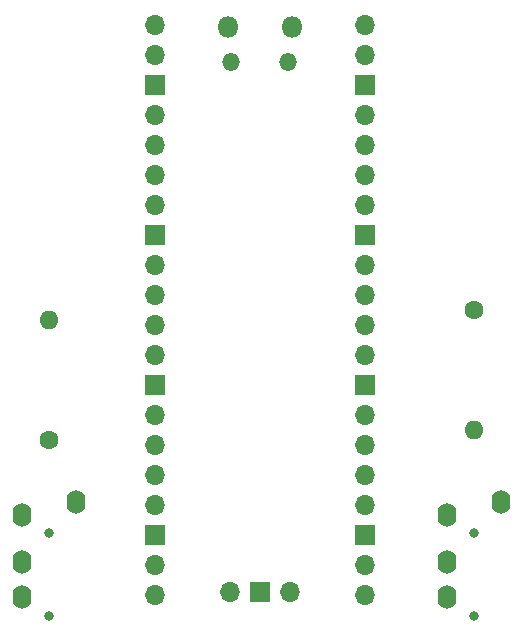
<source format=gbr>
%TF.GenerationSoftware,KiCad,Pcbnew,(6.0.4)*%
%TF.CreationDate,2022-11-15T21:42:47+00:00*%
%TF.ProjectId,pcb_host,7063625f-686f-4737-942e-6b696361645f,rev?*%
%TF.SameCoordinates,Original*%
%TF.FileFunction,Soldermask,Bot*%
%TF.FilePolarity,Negative*%
%FSLAX46Y46*%
G04 Gerber Fmt 4.6, Leading zero omitted, Abs format (unit mm)*
G04 Created by KiCad (PCBNEW (6.0.4)) date 2022-11-15 21:42:47*
%MOMM*%
%LPD*%
G01*
G04 APERTURE LIST*
%ADD10O,1.700000X1.700000*%
%ADD11R,1.700000X1.700000*%
%ADD12O,1.500000X1.500000*%
%ADD13O,1.800000X1.800000*%
%ADD14O,1.600000X1.600000*%
%ADD15C,1.600000*%
%ADD16C,0.800000*%
%ADD17O,1.600000X2.000000*%
G04 APERTURE END LIST*
D10*
%TO.C,U1*%
X108375000Y-122885000D03*
D11*
X105835000Y-122885000D03*
D10*
X103295000Y-122885000D03*
X114725000Y-74855000D03*
X114725000Y-77395000D03*
D11*
X114725000Y-79935000D03*
D10*
X114725000Y-82475000D03*
X114725000Y-85015000D03*
X114725000Y-87555000D03*
X114725000Y-90095000D03*
D11*
X114725000Y-92635000D03*
D10*
X114725000Y-95175000D03*
X114725000Y-97715000D03*
X114725000Y-100255000D03*
X114725000Y-102795000D03*
D11*
X114725000Y-105335000D03*
D10*
X114725000Y-107875000D03*
X114725000Y-110415000D03*
X114725000Y-112955000D03*
X114725000Y-115495000D03*
D11*
X114725000Y-118035000D03*
D10*
X114725000Y-120575000D03*
X114725000Y-123115000D03*
X96945000Y-123115000D03*
X96945000Y-120575000D03*
D11*
X96945000Y-118035000D03*
D10*
X96945000Y-115495000D03*
X96945000Y-112955000D03*
X96945000Y-110415000D03*
X96945000Y-107875000D03*
D11*
X96945000Y-105335000D03*
D10*
X96945000Y-102795000D03*
X96945000Y-100255000D03*
X96945000Y-97715000D03*
X96945000Y-95175000D03*
D11*
X96945000Y-92635000D03*
D10*
X96945000Y-90095000D03*
X96945000Y-87555000D03*
X96945000Y-85015000D03*
X96945000Y-82475000D03*
D11*
X96945000Y-79935000D03*
D10*
X96945000Y-77395000D03*
X96945000Y-74855000D03*
D12*
X108260000Y-78015000D03*
X103410000Y-78015000D03*
D13*
X103110000Y-74985000D03*
X108560000Y-74985000D03*
%TD*%
D14*
%TO.C,R2*%
X124000000Y-109160000D03*
D15*
X124000000Y-99000000D03*
%TD*%
D14*
%TO.C,R1*%
X88000000Y-99840000D03*
D15*
X88000000Y-110000000D03*
%TD*%
D16*
%TO.C,J2*%
X124000000Y-117900000D03*
X124000000Y-124900000D03*
D17*
X121700000Y-120300000D03*
X121700000Y-123300000D03*
X126300000Y-115200000D03*
X121700000Y-116300000D03*
%TD*%
D16*
%TO.C,J1*%
X88000000Y-117900000D03*
X88000000Y-124900000D03*
D17*
X85700000Y-120300000D03*
X85700000Y-123300000D03*
X90300000Y-115200000D03*
X85700000Y-116300000D03*
%TD*%
M02*

</source>
